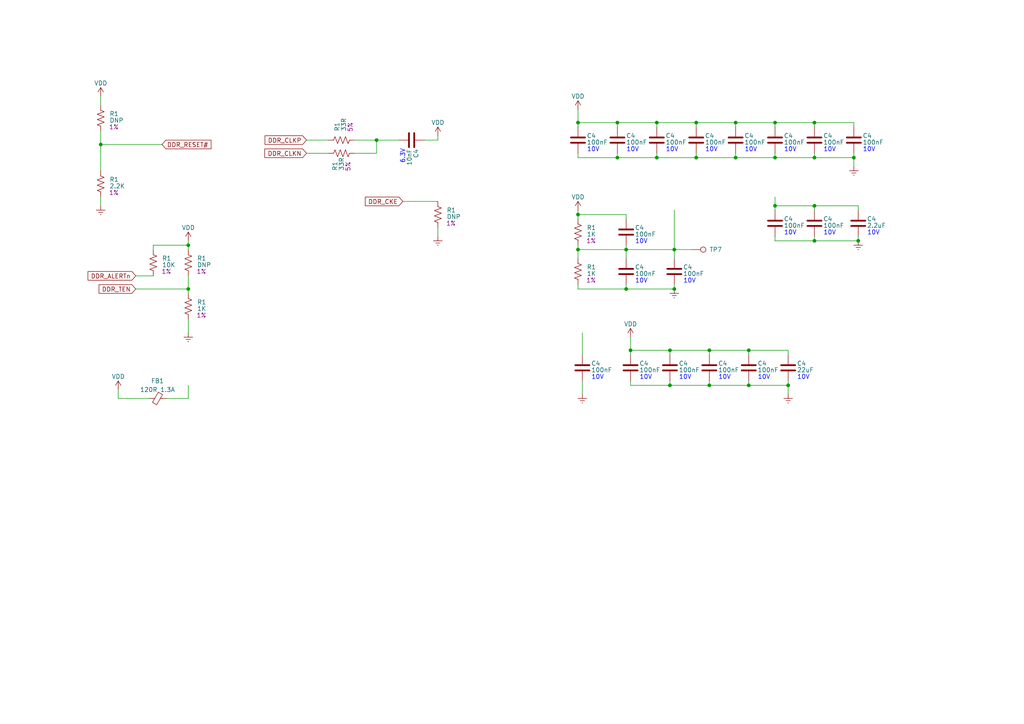
<source format=kicad_sch>
(kicad_sch (version 20230121) (generator eeschema)
  (paper "A4")
  (lib_symbols
    (symbol "Connector:TestPoint" (pin_numbers hide) (pin_names (offset 0.762) hide)
      (property "Reference" "TP" (at 0 6.858 0))
      (property "Value" "TestPoint" (at 0 5.08 0))
      (symbol "TestPoint_0_1"
        (circle (center 0 3.302) (radius 0.762))
      )
      (symbol "TestPoint_1_1"
        (pin passive line (at 0 0 90) (length 2.54) (name "1") (number "1"))
      )
    )
    (symbol "Device:C" (pin_numbers hide) (pin_names (offset 0.254))
      (property "Reference" "C" (at 0.635 2.54 0))
      (property "Value" "C" (at 0.635 -2.54 0))
      (symbol "C_0_1"
        (polyline (pts (xy -2.032 -0.762) (xy 2.032 -0.762)) (stroke (width 0.508)))
        (polyline (pts (xy -2.032 0.762) (xy 2.032 0.762)) (stroke (width 0.508)))
      )
      (symbol "C_1_1"
        (pin passive line (at 0 3.81 270) (length 2.794) (name "~") (number "1"))
        (pin passive line (at 0 -3.81 90) (length 2.794) (name "~") (number "2"))
      )
    )
    (symbol "Device:FerriteBead_Small" (pin_numbers hide) (pin_names (offset 0))
      (property "Reference" "FB" (at 1.905 1.27 0))
      (property "Value" "FerriteBead_Small" (at 1.905 -1.27 0))
      (symbol "FerriteBead_Small_0_1"
        (polyline (pts (xy 0 -1.27) (xy 0 -0.7874)))
        (polyline (pts (xy 0 0.889) (xy 0 1.2954)))
        (polyline (pts (xy -1.8288 0.2794) (xy -1.1176 1.4986) (xy 1.8288 -0.2032) (xy 1.1176 -1.4224) (xy -1.8288 0.2794)))
      )
      (symbol "FerriteBead_Small_1_1"
        (pin passive line (at 0 2.54 270) (length 1.27) (name "~") (number "1"))
        (pin passive line (at 0 -2.54 90) (length 1.27) (name "~") (number "2"))
      )
    )
    (symbol "Device:R_US" (pin_numbers hide) (pin_names (offset 0))
      (property "Reference" "R" (at 2.54 0 90))
      (property "Value" "R_US" (at -2.54 0 90))
      (symbol "R_US_0_1"
        (polyline (pts (xy 0 -2.286) (xy 0 -2.54)))
        (polyline (pts (xy 0 2.286) (xy 0 2.54)))
        (polyline (pts (xy 0 -0.762) (xy 1.016 -1.143) (xy 0 -1.524) (xy -1.016 -1.905) (xy 0 -2.286)))
        (polyline (pts (xy 0 0.762) (xy 1.016 0.381) (xy 0 0) (xy -1.016 -0.381) (xy 0 -0.762)))
        (polyline (pts (xy 0 2.286) (xy 1.016 1.905) (xy 0 1.524) (xy -1.016 1.143) (xy 0 0.762)))
      )
      (symbol "R_US_1_1"
        (pin passive line (at 0 3.81 270) (length 1.27) (name "~") (number "1"))
        (pin passive line (at 0 -3.81 90) (length 1.27) (name "~") (number "2"))
      )
    )
    (symbol "TIEmber:VDD_1V2" (power) (pin_names (offset 0))
      (property "Value" "VDD_1V2" (at 0 3.81 0))
      (symbol "VDD_1V2_0_1"
        (polyline (pts (xy -0.762 1.27) (xy 0 2.54)))
        (polyline (pts (xy 0 0) (xy 0 2.54)))
        (polyline (pts (xy 0 2.54) (xy 0.762 1.27)))
      )
      (symbol "VDD_1V2_1_1"
        (pin power_in line (at 0 0 90) (length 0) hide (name "VDD") (number "1"))
      )
    )
    (symbol "TIEmber:VDD_2V5" (power) (pin_names (offset 0))
      (property "Value" "VDD_2V5" (at 0 3.81 0))
      (symbol "VDD_2V5_0_1"
        (polyline (pts (xy -0.762 1.27) (xy 0 2.54)))
        (polyline (pts (xy 0 0) (xy 0 2.54)))
        (polyline (pts (xy 0 2.54) (xy 0.762 1.27)))
      )
      (symbol "VDD_2V5_1_1"
        (pin power_in line (at 0 0 90) (length 0) hide (name "VDD") (number "1"))
      )
    )
    (symbol "power:GNDREF" (power) (pin_names (offset 0))
      (property "Value" "GNDREF" (at 0 -3.81 0))
      (symbol "GNDREF_0_1"
        (polyline (pts (xy -0.635 -1.905) (xy 0.635 -1.905)))
        (polyline (pts (xy -0.127 -2.54) (xy 0.127 -2.54)))
        (polyline (pts (xy 0 -1.27) (xy 0 0)))
        (polyline (pts (xy 1.27 -1.27) (xy -1.27 -1.27)))
      )
      (symbol "GNDREF_1_1"
        (pin power_in line (at 0 0 270) (length 0) hide (name "GNDREF") (number "1"))
      )
    )
  )
  (junction (at 205.74 111.76))
  (junction (at 195.58 83.82))
  (junction (at 167.64 62.23))
  (junction (at 213.36 35.56))
  (junction (at 167.64 35.56))
  (junction (at 228.6 111.76))
  (junction (at 205.74 101.6))
  (junction (at 167.64 72.39))
  (junction (at 179.07 45.72))
  (junction (at 201.93 45.72))
  (junction (at 195.58 72.39))
  (junction (at 54.61 83.82))
  (junction (at 29.21 41.91))
  (junction (at 194.31 111.76))
  (junction (at 182.88 101.6))
  (junction (at 224.79 35.56))
  (junction (at 190.5 45.72))
  (junction (at 190.5 35.56))
  (junction (at 236.22 35.56))
  (junction (at 236.22 59.69))
  (junction (at 194.31 101.6))
  (junction (at 54.61 71.12))
  (junction (at 224.79 45.72))
  (junction (at 247.65 45.72))
  (junction (at 109.22 40.64))
  (junction (at 236.22 69.85))
  (junction (at 181.61 72.39))
  (junction (at 201.93 35.56))
  (junction (at 236.22 45.72))
  (junction (at 248.92 69.85))
  (junction (at 224.79 59.69))
  (junction (at 217.17 111.76))
  (junction (at 181.61 83.82))
  (junction (at 213.36 45.72))
  (junction (at 179.07 35.56))
  (junction (at 217.17 101.6))
  (wire (pts (xy 109.22 44.45) (xy 109.22 40.64)))
  (wire (pts (xy 181.61 62.23) (xy 167.64 62.23)))
  (wire (pts (xy 236.22 45.72) (xy 247.65 45.72)))
  (wire (pts (xy 168.91 110.49) (xy 168.91 114.3)))
  (wire (pts (xy 236.22 35.56) (xy 236.22 36.83)))
  (wire (pts (xy 224.79 69.85) (xy 236.22 69.85)))
  (wire (pts (xy 247.65 45.72) (xy 247.65 48.26)))
  (wire (pts (xy 167.64 72.39) (xy 167.64 74.93)))
  (wire (pts (xy 29.21 41.91) (xy 46.99 41.91)))
  (wire (pts (xy 228.6 101.6) (xy 228.6 102.87)))
  (wire (pts (xy 29.21 38.1) (xy 29.21 41.91)))
  (wire (pts (xy 54.61 71.12) (xy 54.61 72.39)))
  (wire (pts (xy 88.9 44.45) (xy 95.25 44.45)))
  (wire (pts (xy 29.21 41.91) (xy 29.21 49.53)))
  (wire (pts (xy 179.07 44.45) (xy 179.07 45.72)))
  (wire (pts (xy 190.5 35.56) (xy 190.5 36.83)))
  (wire (pts (xy 247.65 35.56) (xy 247.65 36.83)))
  (wire (pts (xy 228.6 111.76) (xy 228.6 114.3)))
  (wire (pts (xy 39.37 83.82) (xy 54.61 83.82)))
  (wire (pts (xy 167.64 72.39) (xy 181.61 72.39)))
  (wire (pts (xy 54.61 80.01) (xy 54.61 83.82)))
  (wire (pts (xy 48.26 115.57) (xy 54.61 115.57)))
  (wire (pts (xy 195.58 72.39) (xy 195.58 74.93)))
  (wire (pts (xy 167.64 44.45) (xy 167.64 45.72)))
  (wire (pts (xy 247.65 45.72) (xy 247.65 44.45)))
  (wire (pts (xy 181.61 83.82) (xy 181.61 82.55)))
  (wire (pts (xy 190.5 45.72) (xy 201.93 45.72)))
  (wire (pts (xy 236.22 69.85) (xy 248.92 69.85)))
  (wire (pts (xy 201.93 35.56) (xy 201.93 36.83)))
  (wire (pts (xy 205.74 111.76) (xy 217.17 111.76)))
  (wire (pts (xy 236.22 68.58) (xy 236.22 69.85)))
  (wire (pts (xy 54.61 92.71) (xy 54.61 96.52)))
  (wire (pts (xy 182.88 101.6) (xy 182.88 102.87)))
  (wire (pts (xy 179.07 35.56) (xy 179.07 36.83)))
  (wire (pts (xy 54.61 111.76) (xy 54.61 115.57)))
  (wire (pts (xy 201.93 45.72) (xy 213.36 45.72)))
  (wire (pts (xy 194.31 111.76) (xy 205.74 111.76)))
  (wire (pts (xy 224.79 45.72) (xy 236.22 45.72)))
  (wire (pts (xy 123.19 40.64) (xy 127 40.64)))
  (wire (pts (xy 167.64 35.56) (xy 179.07 35.56)))
  (wire (pts (xy 167.64 82.55) (xy 167.64 83.82)))
  (wire (pts (xy 181.61 72.39) (xy 181.61 74.93)))
  (wire (pts (xy 224.79 35.56) (xy 236.22 35.56)))
  (wire (pts (xy 190.5 44.45) (xy 190.5 45.72)))
  (wire (pts (xy 228.6 110.49) (xy 228.6 111.76)))
  (wire (pts (xy 224.79 59.69) (xy 236.22 59.69)))
  (wire (pts (xy 195.58 82.55) (xy 195.58 83.82)))
  (wire (pts (xy 213.36 45.72) (xy 224.79 45.72)))
  (wire (pts (xy 39.37 80.01) (xy 44.45 80.01)))
  (wire (pts (xy 195.58 72.39) (xy 200.66 72.39)))
  (wire (pts (xy 54.61 83.82) (xy 54.61 85.09)))
  (wire (pts (xy 217.17 110.49) (xy 217.17 111.76)))
  (wire (pts (xy 213.36 35.56) (xy 213.36 36.83)))
  (wire (pts (xy 127 40.64) (xy 127 39.37)))
  (wire (pts (xy 181.61 63.5) (xy 181.61 62.23)))
  (wire (pts (xy 217.17 101.6) (xy 228.6 101.6)))
  (wire (pts (xy 109.22 40.64) (xy 115.57 40.64)))
  (wire (pts (xy 236.22 59.69) (xy 236.22 60.96)))
  (wire (pts (xy 224.79 68.58) (xy 224.79 69.85)))
  (wire (pts (xy 181.61 71.12) (xy 181.61 72.39)))
  (wire (pts (xy 194.31 101.6) (xy 205.74 101.6)))
  (wire (pts (xy 182.88 101.6) (xy 194.31 101.6)))
  (wire (pts (xy 44.45 71.12) (xy 54.61 71.12)))
  (wire (pts (xy 205.74 101.6) (xy 217.17 101.6)))
  (wire (pts (xy 167.64 71.12) (xy 167.64 72.39)))
  (wire (pts (xy 224.79 35.56) (xy 224.79 36.83)))
  (wire (pts (xy 248.92 68.58) (xy 248.92 69.85)))
  (wire (pts (xy 167.64 62.23) (xy 167.64 63.5)))
  (wire (pts (xy 167.64 31.75) (xy 167.64 35.56)))
  (wire (pts (xy 213.36 44.45) (xy 213.36 45.72)))
  (wire (pts (xy 167.64 83.82) (xy 181.61 83.82)))
  (wire (pts (xy 194.31 110.49) (xy 194.31 111.76)))
  (wire (pts (xy 88.9 40.64) (xy 95.25 40.64)))
  (wire (pts (xy 182.88 110.49) (xy 182.88 111.76)))
  (wire (pts (xy 236.22 35.56) (xy 247.65 35.56)))
  (wire (pts (xy 182.88 111.76) (xy 194.31 111.76)))
  (wire (pts (xy 102.87 44.45) (xy 109.22 44.45)))
  (wire (pts (xy 205.74 101.6) (xy 205.74 102.87)))
  (wire (pts (xy 168.91 96.52) (xy 168.91 102.87)))
  (wire (pts (xy 213.36 35.56) (xy 224.79 35.56)))
  (wire (pts (xy 116.84 58.42) (xy 127 58.42)))
  (wire (pts (xy 43.18 115.57) (xy 34.29 115.57)))
  (wire (pts (xy 181.61 83.82) (xy 195.58 83.82)))
  (wire (pts (xy 167.64 45.72) (xy 179.07 45.72)))
  (wire (pts (xy 179.07 35.56) (xy 190.5 35.56)))
  (wire (pts (xy 195.58 60.96) (xy 195.58 72.39)))
  (wire (pts (xy 29.21 27.94) (xy 29.21 30.48)))
  (wire (pts (xy 44.45 72.39) (xy 44.45 71.12)))
  (wire (pts (xy 201.93 44.45) (xy 201.93 45.72)))
  (wire (pts (xy 201.93 35.56) (xy 213.36 35.56)))
  (wire (pts (xy 194.31 101.6) (xy 194.31 102.87)))
  (wire (pts (xy 181.61 72.39) (xy 195.58 72.39)))
  (wire (pts (xy 167.64 60.96) (xy 167.64 62.23)))
  (wire (pts (xy 248.92 59.69) (xy 248.92 60.96)))
  (wire (pts (xy 127 66.04) (xy 127 68.58)))
  (wire (pts (xy 224.79 59.69) (xy 224.79 60.96)))
  (wire (pts (xy 179.07 45.72) (xy 190.5 45.72)))
  (wire (pts (xy 29.21 57.15) (xy 29.21 59.69)))
  (wire (pts (xy 190.5 35.56) (xy 201.93 35.56)))
  (wire (pts (xy 34.29 113.03) (xy 34.29 115.57)))
  (wire (pts (xy 236.22 59.69) (xy 248.92 59.69)))
  (wire (pts (xy 224.79 57.15) (xy 224.79 59.69)))
  (wire (pts (xy 102.87 40.64) (xy 109.22 40.64)))
  (wire (pts (xy 236.22 45.72) (xy 236.22 44.45)))
  (wire (pts (xy 217.17 101.6) (xy 217.17 102.87)))
  (wire (pts (xy 54.61 69.85) (xy 54.61 71.12)))
  (wire (pts (xy 224.79 45.72) (xy 224.79 44.45)))
  (wire (pts (xy 167.64 35.56) (xy 167.64 36.83)))
  (wire (pts (xy 205.74 110.49) (xy 205.74 111.76)))
  (wire (pts (xy 217.17 111.76) (xy 228.6 111.76)))
  (wire (pts (xy 182.88 97.79) (xy 182.88 101.6)))
  (global_label "DDR_TEN" (shape input) (at 39.37 83.82 180) (property "Intersheetrefs" "${INTERSHEET_REFS}" (effects hide)))
  (global_label "DDR_CLKP" (shape input) (at 88.9 40.64 180) (property "Intersheetrefs" "${INTERSHEET_REFS}" (effects hide)))
  (global_label "DDR_CLKN" (shape input) (at 88.9 44.45 180) (property "Intersheetrefs" "${INTERSHEET_REFS}" (effects hide)))
  (global_label "DDR_RESET#" (shape input) (at 46.99 41.91 0) (property "Intersheetrefs" "${INTERSHEET_REFS}" (effects hide)))
  (global_label "DDR_CKE" (shape input) (at 116.84 58.42 180) (property "Intersheetrefs" "${INTERSHEET_REFS}" (effects hide)))
  (global_label "DDR_ALERTn" (shape input) (at 39.37 80.01 180) (property "Intersheetrefs" "${INTERSHEET_REFS}" (effects hide)))
  (symbol (lib_id "Device:C") (at 201.93 40.64 0) (unit 1)
    (property "Reference" "C4" (at 204.47 39.37 0) (effects (justify left)))
    (property "Value" "100nF" (at 204.47 41.275 0) (effects (justify left)))
    (property "Footprint" "Capacitor_SMD:C_0201_0603Metric" (effects hide))
    (property "V Tol" "10V" (at 206.3623 43.1831 0))
    (instances (project "TI Ember" (path "" (reference "C4") (unit 1)) (path "" (reference "C152") (unit 1)) (path "" (reference "C30") (unit 1)) (path "" (reference "C106") (unit 1)) (path "" (reference "C152") (unit 1))))
  )
  (symbol (lib_id "TIEmber:VDD_2V5") (at 34.29 113.03 0) (unit 1)
    (property "Reference" "#PWR097" (effects hide))
    (property "Value" "VDD_2V5" (at 34.29 109.22 0))
  )
  (symbol (lib_id "Device:C") (at 167.64 40.64 0) (unit 1)
    (property "Reference" "C4" (at 170.18 39.37 0) (effects (justify left)))
    (property "Value" "100nF" (at 170.18 41.275 0) (effects (justify left)))
    (property "Footprint" "Capacitor_SMD:C_0201_0603Metric" (effects hide))
    (property "V Tol" "10V" (at 172.0723 43.1831 0))
    (instances (project "TI Ember" (path "" (reference "C4") (unit 1)) (path "" (reference "C149") (unit 1)) (path "" (reference "C30") (unit 1)) (path "" (reference "C106") (unit 1)) (path "" (reference "C149") (unit 1))))
  )
  (symbol (lib_id "Connector:TestPoint") (at 200.66 72.39 270) (unit 1)
    (property "Reference" "TP7" (at 205.74 72.39 90) (effects (justify left)))
    (instances (project "TI Ember" (path "" (reference "TP7") (unit 1)) (path "" (reference "TP8") (unit 1)) (path "" (reference "TP8") (unit 1))))
  )
  (symbol (lib_id "power:GNDREF") (at 228.6 114.3 0) (unit 1)
    (property "Reference" "#PWR071" (effects hide))
    (property "Value" "GNDREF" (effects hide))
    (instances (project "TI Ember" (path "" (reference "#PWR071") (unit 1)) (path "" (reference "#PWR0101") (unit 1)) (path "" (reference "#PWR0103") (unit 1))))
  )
  (symbol (lib_id "Device:R_US") (at 127 62.23 0) (unit 1) (in_bom no)
    (property "Reference" "R1" (at 129.54 60.96 0) (effects (justify left)))
    (property "Value" "DNP" (at 129.54 62.865 0) (effects (justify left)))
    (property "Footprint" "Resistor_SMD:R_0201_0603Metric" (effects hide))
    (property "Tolerance" "1%" (at 130.81 64.77 0))
    (instances (project "TI Ember" (path "" (reference "R1") (unit 1)) (path "" (reference "R66") (unit 1)) (path "" (reference "R66") (unit 1))))
  )
  (symbol (lib_id "Device:FerriteBead_Small") (at 45.72 115.57 90) (unit 1)
    (property "Reference" "FB1" (at 45.6819 110.49 90))
    (property "Value" "120R 1.3A" (at 45.6819 113.03 90))
    (property "Footprint" "Resistor_SMD:R_0402_1005Metric" (effects hide))
    (instances (project "TI Ember" (path "" (reference "FB1") (unit 1)) (path "" (reference "FB13") (unit 1)) (path "" (reference "FB13") (unit 1))))
  )
  (symbol (lib_id "Device:R_US") (at 44.45 76.2 0) (unit 1)
    (property "Reference" "R1" (at 46.99 74.93 0) (effects (justify left)))
    (property "Value" "10K" (at 46.99 76.835 0) (effects (justify left)))
    (property "Footprint" "Resistor_SMD:R_0201_0603Metric" (effects hide))
    (property "Tolerance" "1%" (at 48.26 78.74 0))
    (instances (project "TI Ember" (path "" (reference "R1") (unit 1)) (path "" (reference "R64") (unit 1)) (path "" (reference "R63") (unit 1))))
  )
  (symbol (lib_id "Device:C") (at 181.61 67.31 0) (unit 1)
    (property "Reference" "C4" (at 184.15 66.04 0) (effects (justify left)))
    (property "Value" "100nF" (at 184.15 67.945 0) (effects (justify left)))
    (property "Footprint" "Capacitor_SMD:C_0201_0603Metric" (effects hide))
    (property "V Tol" "10V" (at 186.0423 69.8531 0))
    (instances (project "TI Ember" (path "" (reference "C4") (unit 1)) (path "" (reference "C140") (unit 1)) (path "" (reference "C30") (unit 1)) (path "" (reference "C106") (unit 1)) (path "" (reference "C140") (unit 1))))
  )
  (symbol (lib_id "power:GNDREF") (at 54.61 96.52 0) (unit 1)
    (property "Reference" "#PWR071" (effects hide))
    (property "Value" "GNDREF" (effects hide))
    (instances (project "TI Ember" (path "" (reference "#PWR071") (unit 1)) (path "" (reference "#PWR0105") (unit 1)) (path "" (reference "#PWR0105") (unit 1))))
  )
  (symbol (lib_id "Device:R_US") (at 99.06 40.64 90) (unit 1)
    (property "Reference" "R1" (at 97.79 38.1 0) (effects (justify left)))
    (property "Value" "33R" (at 99.695 38.1 0) (effects (justify left)))
    (property "Footprint" "Resistor_SMD:R_0201_0603Metric" (effects hide))
    (property "Tolerance" "5%" (at 101.6 36.83 0))
    (instances (project "TI Ember" (path "" (reference "R1") (unit 1)) (path "" (reference "R61") (unit 1)) (path "" (reference "R61") (unit 1))))
  )
  (symbol (lib_id "power:GNDREF") (at 127 68.58 0) (unit 1)
    (property "Reference" "#PWR071" (effects hide))
    (property "Value" "GNDREF" (effects hide))
    (instances (project "TI Ember" (path "" (reference "#PWR071") (unit 1)) (path "" (reference "#PWR0109") (unit 1)) (path "" (reference "#PWR0109") (unit 1))))
  )
  (symbol (lib_id "Device:R_US") (at 167.64 67.31 0) (unit 1)
    (property "Reference" "R1" (at 170.18 66.04 0) (effects (justify left)))
    (property "Value" "1K" (at 170.18 67.945 0) (effects (justify left)))
    (property "Footprint" "Resistor_SMD:R_0201_0603Metric" (effects hide))
    (property "Tolerance" "1%" (at 171.45 69.85 0))
    (instances (project "TI Ember" (path "" (reference "R1") (unit 1)) (path "" (reference "R59") (unit 1)) (path "" (reference "R59") (unit 1))))
  )
  (symbol (lib_id "Device:C") (at 194.31 106.68 0) (unit 1)
    (property "Reference" "C4" (at 196.85 105.41 0) (effects (justify left)))
    (property "Value" "100nF" (at 196.85 107.315 0) (effects (justify left)))
    (property "Footprint" "Capacitor_SMD:C_0201_0603Metric" (effects hide))
    (property "V Tol" "10V" (at 198.7423 109.2231 0))
    (instances (project "TI Ember" (path "" (reference "C4") (unit 1)) (path "" (reference "C144") (unit 1)) (path "" (reference "C30") (unit 1)) (path "" (reference "C106") (unit 1)) (path "" (reference "C144") (unit 1))))
  )
  (symbol (lib_id "Device:C") (at 224.79 40.64 0) (unit 1)
    (property "Reference" "C4" (at 227.33 39.37 0) (effects (justify left)))
    (property "Value" "100nF" (at 227.33 41.275 0) (effects (justify left)))
    (property "Footprint" "Capacitor_SMD:C_0201_0603Metric" (effects hide))
    (property "V Tol" "10V" (at 229.2223 43.1831 0))
    (instances (project "TI Ember" (path "" (reference "C4") (unit 1)) (path "" (reference "C154") (unit 1)) (path "" (reference "C30") (unit 1)) (path "" (reference "C106") (unit 1)) (path "" (reference "C154") (unit 1))))
  )
  (symbol (lib_id "Device:R_US") (at 29.21 53.34 0) (unit 1)
    (property "Reference" "R1" (at 31.75 52.07 0) (effects (justify left)))
    (property "Value" "2.2K" (at 31.75 53.975 0) (effects (justify left)))
    (property "Footprint" "Resistor_SMD:R_0402_1005Metric" (effects hide))
    (property "Tolerance" "1%" (at 33.02 55.88 0))
    (instances (project "TI Ember" (path "" (reference "R1") (unit 1)) (path "" (reference "R68") (unit 1)) (path "" (reference "R68") (unit 1))))
  )
  (symbol (lib_id "Device:C") (at 228.6 106.68 0) (unit 1)
    (property "Reference" "C4" (at 231.14 105.41 0) (effects (justify left)))
    (property "Value" "22uF" (at 231.14 107.315 0) (effects (justify left)))
    (property "Footprint" "Capacitor_SMD:C_0603_1608Metric" (effects hide))
    (property "V Tol" "10V" (at 233.0323 109.2231 0))
    (instances (project "TI Ember" (path "" (reference "C4") (unit 1)) (path "" (reference "C147") (unit 1)) (path "" (reference "C30") (unit 1)) (path "" (reference "C106") (unit 1)) (path "" (reference "C148") (unit 1))))
  )
  (symbol (lib_id "Device:C") (at 248.92 64.77 0) (unit 1)
    (property "Reference" "C4" (at 251.46 63.5 0) (effects (justify left)))
    (property "Value" "2.2uF" (at 251.46 65.405 0) (effects (justify left)))
    (property "Footprint" "Capacitor_SMD:C_0402_1005Metric" (effects hide))
    (property "V Tol" "10V" (at 253.3523 67.3131 0))
    (instances (project "TI Ember" (path "" (reference "C4") (unit 1)) (path "" (reference "C159") (unit 1)) (path "" (reference "C30") (unit 1)) (path "" (reference "C106") (unit 1)) (path "" (reference "C159") (unit 1))))
  )
  (symbol (lib_id "Device:C") (at 182.88 106.68 0) (unit 1)
    (property "Reference" "C4" (at 185.42 105.41 0) (effects (justify left)))
    (property "Value" "100nF" (at 185.42 107.315 0) (effects (justify left)))
    (property "Footprint" "Capacitor_SMD:C_0201_0603Metric" (effects hide))
    (property "V Tol" "10V" (at 187.3123 109.2231 0))
    (instances (project "TI Ember" (path "" (reference "C4") (unit 1)) (path "" (reference "C141") (unit 1)) (path "" (reference "C30") (unit 1)) (path "" (reference "C106") (unit 1)) (path "" (reference "C141") (unit 1))))
  )
  (symbol (lib_id "Device:R_US") (at 99.06 44.45 90) (unit 1)
    (property "Reference" "R1" (at 97.155 49.53 0) (effects (justify left)))
    (property "Value" "33R" (at 99.06 49.53 0) (effects (justify left)))
    (property "Footprint" "Resistor_SMD:R_0201_0603Metric" (effects hide))
    (property "Tolerance" "5%" (at 100.965 48.26 0))
    (instances (project "TI Ember" (path "" (reference "R1") (unit 1)) (path "" (reference "R62") (unit 1)) (path "" (reference "R62") (unit 1))))
  )
  (symbol (lib_id "TIEmber:VDD_1V2") (at 29.21 27.94 0) (unit 1)
    (property "Reference" "#PWR0110" (effects hide))
    (property "Value" "VDD_1V2" (at 29.21 24.13 0))
  )
  (symbol (lib_id "TIEmber:VDD_1V2") (at 127 39.37 0) (unit 1)
    (property "Reference" "#PWR0103" (effects hide))
    (property "Value" "VDD_1V2" (at 127 35.56 0))
    (instances (project "TI Ember" (path "" (reference "#PWR0103") (unit 1)) (path "" (reference "#PWR0102") (unit 1))))
  )
  (symbol (lib_id "Device:C") (at 195.58 78.74 0) (unit 1)
    (property "Reference" "C4" (at 198.12 77.47 0) (effects (justify left)))
    (property "Value" "100nF" (at 198.12 79.375 0) (effects (justify left)))
    (property "Footprint" "Capacitor_SMD:C_0201_0603Metric" (effects hide))
    (property "V Tol" "10V" (at 200.0123 81.2831 0))
    (instances (project "TI Ember" (path "" (reference "C4") (unit 1)) (path "" (reference "C143") (unit 1)) (path "" (reference "C30") (unit 1)) (path "" (reference "C106") (unit 1)) (path "" (reference "C143") (unit 1))))
  )
  (symbol (lib_id "Device:R_US") (at 167.64 78.74 0) (unit 1)
    (property "Reference" "R1" (at 170.18 77.47 0) (effects (justify left)))
    (property "Value" "1K" (at 170.18 79.375 0) (effects (justify left)))
    (property "Footprint" "Resistor_SMD:R_0201_0603Metric" (effects hide))
    (property "Tolerance" "1%" (at 171.45 81.28 0))
    (instances (project "TI Ember" (path "" (reference "R1") (unit 1)) (path "" (reference "R60") (unit 1)) (path "" (reference "R60") (unit 1))))
  )
  (symbol (lib_id "Device:C") (at 236.22 64.77 0) (unit 1)
    (property "Reference" "C4" (at 238.76 63.5 0) (effects (justify left)))
    (property "Value" "100nF" (at 238.76 65.405 0) (effects (justify left)))
    (property "Footprint" "Capacitor_SMD:C_0201_0603Metric" (effects hide))
    (property "V Tol" "10V" (at 240.6523 67.3131 0))
    (instances (project "TI Ember" (path "" (reference "C4") (unit 1)) (path "" (reference "C158") (unit 1)) (path "" (reference "C30") (unit 1)) (path "" (reference "C106") (unit 1)) (path "" (reference "C158") (unit 1))))
  )
  (symbol (lib_id "Device:R_US") (at 54.61 76.2 0) (unit 1) (in_bom no)
    (property "Reference" "R1" (at 57.15 74.93 0) (effects (justify left)))
    (property "Value" "DNP" (at 57.15 76.835 0) (effects (justify left)))
    (property "Footprint" "Resistor_SMD:R_0201_0603Metric" (effects hide))
    (property "Tolerance" "1%" (at 58.42 78.74 0))
    (instances (project "TI Ember" (path "" (reference "R1") (unit 1)) (path "" (reference "R63") (unit 1)) (path "" (reference "R64") (unit 1))))
  )
  (symbol (lib_id "Device:R_US") (at 54.61 88.9 0) (unit 1)
    (property "Reference" "R1" (at 57.15 87.63 0) (effects (justify left)))
    (property "Value" "1K" (at 57.15 89.535 0) (effects (justify left)))
    (property "Footprint" "Resistor_SMD:R_0201_0603Metric" (effects hide))
    (property "Tolerance" "1%" (at 58.42 91.44 0))
    (instances (project "TI Ember" (path "" (reference "R1") (unit 1)) (path "" (reference "R65") (unit 1)) (path "" (reference "R65") (unit 1))))
  )
  (symbol (lib_id "power:GNDREF") (at 195.58 83.82 0) (unit 1)
    (property "Reference" "#PWR071" (effects hide))
    (property "Value" "GNDREF" (effects hide))
    (instances (project "TI Ember" (path "" (reference "#PWR071") (unit 1)) (path "" (reference "#PWR098") (unit 1)) (path "" (reference "#PWR099") (unit 1))))
  )
  (symbol (lib_id "TIEmber:VDD_1V2") (at 54.61 69.85 0) (unit 1)
    (property "Reference" "#PWR0104" (effects hide))
    (property "Value" "VDD_1V2" (at 54.61 66.04 0))
  )
  (symbol (lib_id "power:GNDREF") (at 247.65 48.26 0) (unit 1)
    (property "Reference" "#PWR071" (effects hide))
    (property "Value" "GNDREF" (effects hide))
    (instances (project "TI Ember" (path "" (reference "#PWR071") (unit 1)) (path "" (reference "#PWR0107") (unit 1)) (path "" (reference "#PWR0107") (unit 1))))
  )
  (symbol (lib_id "Device:C") (at 217.17 106.68 0) (unit 1)
    (property "Reference" "C4" (at 219.71 105.41 0) (effects (justify left)))
    (property "Value" "100nF" (at 219.71 107.315 0) (effects (justify left)))
    (property "Footprint" "Capacitor_SMD:C_0201_0603Metric" (effects hide))
    (property "V Tol" "10V" (at 221.6023 109.2231 0))
    (instances (project "TI Ember" (path "" (reference "C4") (unit 1)) (path "" (reference "C146") (unit 1)) (path "" (reference "C30") (unit 1)) (path "" (reference "C106") (unit 1)) (path "" (reference "C147") (unit 1))))
  )
  (symbol (lib_id "TIEmber:VDD_1V2") (at 167.64 31.75 0) (unit 1)
    (property "Reference" "#PWR0106" (effects hide))
    (property "Value" "VDD_1V2" (at 167.64 27.94 0))
  )
  (symbol (lib_id "power:GNDREF") (at 29.21 59.69 0) (unit 1)
    (property "Reference" "#PWR071" (effects hide))
    (property "Value" "GNDREF" (effects hide))
    (instances (project "TI Ember" (path "" (reference "#PWR071") (unit 1)) (path "" (reference "#PWR0111") (unit 1)) (path "" (reference "#PWR0111") (unit 1))))
  )
  (symbol (lib_id "TIEmber:VDD_1V2") (at 182.88 97.79 0) (unit 1)
    (property "Reference" "#PWR0102" (effects hide))
    (property "Value" "VDD_1V2" (at 182.88 93.98 0))
    (instances (project "TI Ember" (path "" (reference "#PWR0102") (unit 1)) (path "" (reference "#PWR0101") (unit 1))))
  )
  (symbol (lib_id "Device:C") (at 247.65 40.64 0) (unit 1)
    (property "Reference" "C4" (at 250.19 39.37 0) (effects (justify left)))
    (property "Value" "100nF" (at 250.19 41.275 0) (effects (justify left)))
    (property "Footprint" "Capacitor_SMD:C_0201_0603Metric" (effects hide))
    (property "V Tol" "10V" (at 252.0823 43.1831 0))
    (instances (project "TI Ember" (path "" (reference "C4") (unit 1)) (path "" (reference "C156") (unit 1)) (path "" (reference "C30") (unit 1)) (path "" (reference "C106") (unit 1)) (path "" (reference "C156") (unit 1))))
  )
  (symbol (lib_id "Device:C") (at 190.5 40.64 0) (unit 1)
    (property "Reference" "C4" (at 193.04 39.37 0) (effects (justify left)))
    (property "Value" "100nF" (at 193.04 41.275 0) (effects (justify left)))
    (property "Footprint" "Capacitor_SMD:C_0201_0603Metric" (effects hide))
    (property "V Tol" "10V" (at 194.9323 43.1831 0))
    (instances (project "TI Ember" (path "" (reference "C4") (unit 1)) (path "" (reference "C151") (unit 1)) (path "" (reference "C30") (unit 1)) (path "" (reference "C106") (unit 1)) (path "" (reference "C151") (unit 1))))
  )
  (symbol (lib_id "Device:C") (at 236.22 40.64 0) (unit 1)
    (property "Reference" "C4" (at 238.76 39.37 0) (effects (justify left)))
    (property "Value" "100nF" (at 238.76 41.275 0) (effects (justify left)))
    (property "Footprint" "Capacitor_SMD:C_0201_0603Metric" (effects hide))
    (property "V Tol" "10V" (at 240.6523 43.1831 0))
    (instances (project "TI Ember" (path "" (reference "C4") (unit 1)) (path "" (reference "C155") (unit 1)) (path "" (reference "C30") (unit 1)) (path "" (reference "C106") (unit 1)) (path "" (reference "C155") (unit 1))))
  )
  (symbol (lib_id "Device:C") (at 224.79 64.77 0) (unit 1)
    (property "Reference" "C4" (at 227.33 63.5 0) (effects (justify left)))
    (property "Value" "100nF" (at 227.33 65.405 0) (effects (justify left)))
    (property "Footprint" "Capacitor_SMD:C_0201_0603Metric" (effects hide))
    (property "V Tol" "10V" (at 229.2223 67.3131 0))
    (instances (project "TI Ember" (path "" (reference "C4") (unit 1)) (path "" (reference "C157") (unit 1)) (path "" (reference "C30") (unit 1)) (path "" (reference "C106") (unit 1)) (path "" (reference "C157") (unit 1))))
  )
  (symbol (lib_id "Device:C") (at 168.91 106.68 0) (unit 1)
    (property "Reference" "C4" (at 171.45 105.41 0) (effects (justify left)))
    (property "Value" "100nF" (at 171.45 107.315 0) (effects (justify left)))
    (property "Footprint" "Capacitor_SMD:C_0201_0603Metric" (effects hide))
    (property "V Tol" "10V" (at 173.3423 109.2231 0))
    (instances (project "TI Ember" (path "" (reference "C4") (unit 1)) (path "" (reference "C139") (unit 1)) (path "" (reference "C30") (unit 1)) (path "" (reference "C106") (unit 1)) (path "" (reference "C139") (unit 1))))
  )
  (symbol (lib_id "TIEmber:VDD_1V2") (at 167.64 60.96 0) (unit 1)
    (property "Reference" "#PWR099" (effects hide))
    (property "Value" "VDD_1V2" (at 167.64 57.15 0))
    (instances (project "TI Ember" (path "" (reference "#PWR099") (unit 1)) (path "" (reference "#PWR098") (unit 1))))
  )
  (symbol (lib_id "Device:C") (at 119.38 40.64 270) (unit 1)
    (property "Reference" "C4" (at 120.65 43.18 0) (effects (justify left)))
    (property "Value" "10nF" (at 118.745 43.18 0) (effects (justify left)))
    (property "Footprint" "Capacitor_SMD:C_0201_0603Metric" (effects hide))
    (property "V Tol" "6.3V" (at 116.8369 45.0723 0))
    (instances (project "TI Ember" (path "" (reference "C4") (unit 1)) (path "" (reference "C148") (unit 1)) (path "" (reference "C30") (unit 1)) (path "" (reference "C106") (unit 1)) (path "" (reference "C145") (unit 1))))
  )
  (symbol (lib_id "Device:C") (at 179.07 40.64 0) (unit 1)
    (property "Reference" "C4" (at 181.61 39.37 0) (effects (justify left)))
    (property "Value" "100nF" (at 181.61 41.275 0) (effects (justify left)))
    (property "Footprint" "Capacitor_SMD:C_0201_0603Metric" (effects hide))
    (property "V Tol" "10V" (at 183.5023 43.1831 0))
    (instances (project "TI Ember" (path "" (reference "C4") (unit 1)) (path "" (reference "C150") (unit 1)) (path "" (reference "C30") (unit 1)) (path "" (reference "C106") (unit 1)) (path "" (reference "C150") (unit 1))))
  )
  (symbol (lib_id "power:GNDREF") (at 168.91 114.3 0) (unit 1)
    (property "Reference" "#PWR071" (effects hide))
    (property "Value" "GNDREF" (effects hide))
    (instances (project "TI Ember" (path "" (reference "#PWR071") (unit 1)) (path "" (reference "#PWR0100") (unit 1)) (path "" (reference "#PWR0100") (unit 1))))
  )
  (symbol (lib_id "Device:C") (at 181.61 78.74 0) (unit 1)
    (property "Reference" "C4" (at 184.15 77.47 0) (effects (justify left)))
    (property "Value" "100nF" (at 184.15 79.375 0) (effects (justify left)))
    (property "Footprint" "Capacitor_SMD:C_0201_0603Metric" (effects hide))
    (property "V Tol" "10V" (at 186.0423 81.2831 0))
    (instances (project "TI Ember" (path "" (reference "C4") (unit 1)) (path "" (reference "C142") (unit 1)) (path "" (reference "C30") (unit 1)) (path "" (reference "C106") (unit 1)) (path "" (reference "C142") (unit 1))))
  )
  (symbol (lib_id "Device:R_US") (at 29.21 34.29 0) (unit 1) (in_bom no)
    (property "Reference" "R1" (at 31.75 33.02 0) (effects (justify left)))
    (property "Value" "DNP" (at 31.75 34.925 0) (effects (justify left)))
    (property "Footprint" "Resistor_SMD:R_0402_1005Metric" (effects hide))
    (property "Tolerance" "1%" (at 33.02 36.83 0))
    (instances (project "TI Ember" (path "" (reference "R1") (unit 1)) (path "" (reference "R67") (unit 1)) (path "" (reference "R67") (unit 1))))
  )
  (symbol (lib_id "power:GNDREF") (at 248.92 69.85 0) (unit 1)
    (property "Reference" "#PWR071" (effects hide))
    (property "Value" "GNDREF" (effects hide))
    (instances (project "TI Ember" (path "" (reference "#PWR071") (unit 1)) (path "" (reference "#PWR0108") (unit 1)) (path "" (reference "#PWR0108") (unit 1))))
  )
  (symbol (lib_id "Device:C") (at 213.36 40.64 0) (unit 1)
    (property "Reference" "C4" (at 215.9 39.37 0) (effects (justify left)))
    (property "Value" "100nF" (at 215.9 41.275 0) (effects (justify left)))
    (property "Footprint" "Capacitor_SMD:C_0201_0603Metric" (effects hide))
    (property "V Tol" "10V" (at 217.7923 43.1831 0))
    (instances (project "TI Ember" (path "" (reference "C4") (unit 1)) (path "" (reference "C153") (unit 1)) (path "" (reference "C30") (unit 1)) (path "" (reference "C106") (unit 1)) (path "" (reference "C153") (unit 1))))
  )
  (symbol (lib_id "Device:C") (at 205.74 106.68 0) (unit 1)
    (property "Reference" "C4" (at 208.28 105.41 0) (effects (justify left)))
    (property "Value" "100nF" (at 208.28 107.315 0) (effects (justify left)))
    (property "Footprint" "Capacitor_SMD:C_0201_0603Metric" (effects hide))
    (property "V Tol" "10V" (at 210.1723 109.2231 0))
    (instances (project "TI Ember" (path "" (reference "C4") (unit 1)) (path "" (reference "C145") (unit 1)) (path "" (reference "C30") (unit 1)) (path "" (reference "C106") (unit 1)) (path "" (reference "C146") (unit 1))))
  )
)
</source>
